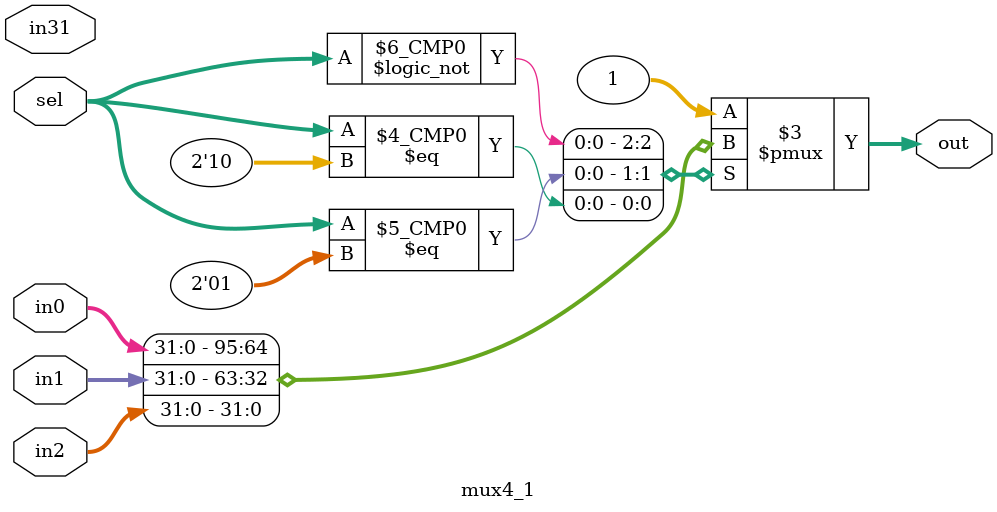
<source format=v>
module mux4_1 (
    input [31:0] in0,         // Primera entrada de 32 bits
    input [31:0] in1,         // Segunda entrada de 32 bits
    input [31:0] in2,         // Tercera entrada de 32 bits
    input [31:0] in31,         // Cuarta entrada de 32 bits (bloqueada)
    input [1:0] sel,          // Señal de control de 2 bits
    output reg [31:0] out     // Salida de 32 bits
);

always @(*) begin
    case (sel)
        2'b00: out = in0;
        2'b01: out = in1;
        2'b10: out = in2;
        default: out = 32'b1; // Bloqueada cuando sel es 2'b11
    endcase
end

endmodule

</source>
